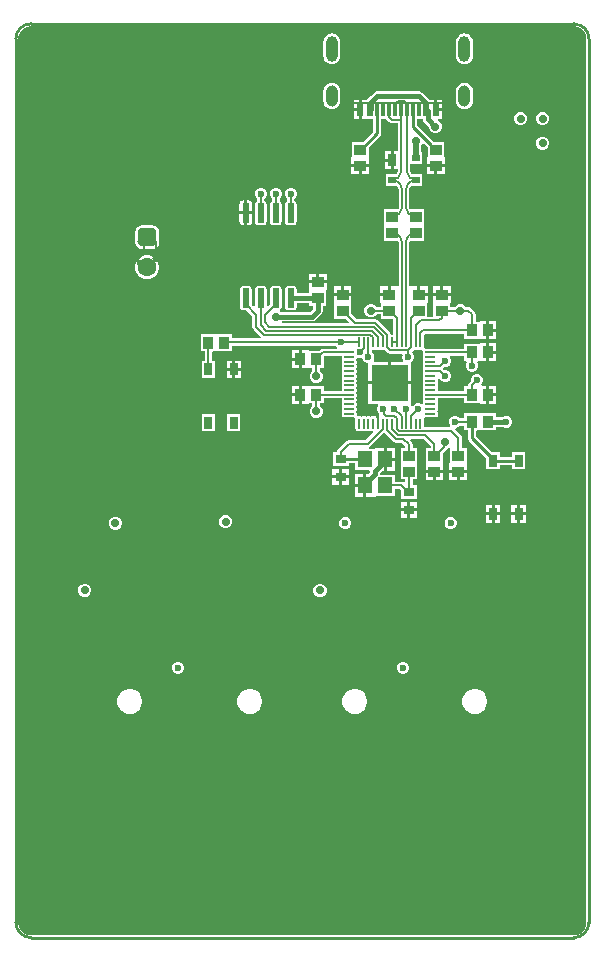
<source format=gtl>
G04*
G04 #@! TF.GenerationSoftware,Altium Limited,Altium Designer,24.2.2 (26)*
G04*
G04 Layer_Physical_Order=1*
G04 Layer_Color=255*
%FSLAX25Y25*%
%MOIN*%
G70*
G04*
G04 #@! TF.SameCoordinates,3758B99F-9DEC-4DD0-BAA5-DFD1AAF1D411*
G04*
G04*
G04 #@! TF.FilePolarity,Positive*
G04*
G01*
G75*
%ADD11C,0.00787*%
%ADD13C,0.01000*%
%ADD15C,0.00591*%
%ADD19R,0.01181X0.04331*%
%ADD20R,0.02362X0.04331*%
G04:AMPARAMS|DCode=21|XSize=63.39mil|YSize=22.84mil|CornerRadius=2.85mil|HoleSize=0mil|Usage=FLASHONLY|Rotation=270.000|XOffset=0mil|YOffset=0mil|HoleType=Round|Shape=RoundedRectangle|*
%AMROUNDEDRECTD21*
21,1,0.06339,0.01713,0,0,270.0*
21,1,0.05768,0.02284,0,0,270.0*
1,1,0.00571,-0.00856,-0.02884*
1,1,0.00571,-0.00856,0.02884*
1,1,0.00571,0.00856,0.02884*
1,1,0.00571,0.00856,-0.02884*
%
%ADD21ROUNDEDRECTD21*%
%ADD22R,0.03937X0.03543*%
%ADD23R,0.03543X0.03937*%
%ADD24R,0.02800X0.03900*%
G04:AMPARAMS|DCode=25|XSize=7.87mil|YSize=33.07mil|CornerRadius=0.98mil|HoleSize=0mil|Usage=FLASHONLY|Rotation=0.000|XOffset=0mil|YOffset=0mil|HoleType=Round|Shape=RoundedRectangle|*
%AMROUNDEDRECTD25*
21,1,0.00787,0.03110,0,0,0.0*
21,1,0.00591,0.03307,0,0,0.0*
1,1,0.00197,0.00295,-0.01555*
1,1,0.00197,-0.00295,-0.01555*
1,1,0.00197,-0.00295,0.01555*
1,1,0.00197,0.00295,0.01555*
%
%ADD25ROUNDEDRECTD25*%
G04:AMPARAMS|DCode=26|XSize=33.07mil|YSize=7.87mil|CornerRadius=0.98mil|HoleSize=0mil|Usage=FLASHONLY|Rotation=0.000|XOffset=0mil|YOffset=0mil|HoleType=Round|Shape=RoundedRectangle|*
%AMROUNDEDRECTD26*
21,1,0.03307,0.00591,0,0,0.0*
21,1,0.03110,0.00787,0,0,0.0*
1,1,0.00197,0.01555,-0.00295*
1,1,0.00197,-0.01555,-0.00295*
1,1,0.00197,-0.01555,0.00295*
1,1,0.00197,0.01555,0.00295*
%
%ADD26ROUNDEDRECTD26*%
%ADD28R,0.03543X0.03150*%
%ADD29R,0.04724X0.05512*%
%ADD37R,0.02756X0.02362*%
%ADD38R,0.02756X0.03937*%
G04:AMPARAMS|DCode=39|XSize=39.37mil|YSize=86.61mil|CornerRadius=19.68mil|HoleSize=0mil|Usage=FLASHONLY|Rotation=180.000|XOffset=0mil|YOffset=0mil|HoleType=Round|Shape=RoundedRectangle|*
%AMROUNDEDRECTD39*
21,1,0.03937,0.04724,0,0,180.0*
21,1,0.00000,0.08661,0,0,180.0*
1,1,0.03937,0.00000,0.02362*
1,1,0.03937,0.00000,0.02362*
1,1,0.03937,0.00000,-0.02362*
1,1,0.03937,0.00000,-0.02362*
%
%ADD39ROUNDEDRECTD39*%
G04:AMPARAMS|DCode=40|XSize=39.37mil|YSize=70.87mil|CornerRadius=19.68mil|HoleSize=0mil|Usage=FLASHONLY|Rotation=180.000|XOffset=0mil|YOffset=0mil|HoleType=Round|Shape=RoundedRectangle|*
%AMROUNDEDRECTD40*
21,1,0.03937,0.03150,0,0,180.0*
21,1,0.00000,0.07087,0,0,180.0*
1,1,0.03937,0.00000,0.01575*
1,1,0.03937,0.00000,0.01575*
1,1,0.03937,0.00000,-0.01575*
1,1,0.03937,0.00000,-0.01575*
%
%ADD40ROUNDEDRECTD40*%
%ADD43C,0.00558*%
%ADD44R,0.12205X0.12205*%
%ADD45C,0.01575*%
%ADD46C,0.01968*%
G04:AMPARAMS|DCode=47|XSize=62.99mil|YSize=62.99mil|CornerRadius=15.75mil|HoleSize=0mil|Usage=FLASHONLY|Rotation=270.000|XOffset=0mil|YOffset=0mil|HoleType=Round|Shape=RoundedRectangle|*
%AMROUNDEDRECTD47*
21,1,0.06299,0.03150,0,0,270.0*
21,1,0.03150,0.06299,0,0,270.0*
1,1,0.03150,-0.01575,-0.01575*
1,1,0.03150,-0.01575,0.01575*
1,1,0.03150,0.01575,0.01575*
1,1,0.03150,0.01575,-0.01575*
%
%ADD47ROUNDEDRECTD47*%
%ADD48C,0.06299*%
%ADD49C,0.02756*%
%ADD50C,0.02362*%
G36*
X1269324Y746336D02*
X1270088Y746020D01*
X1270776Y745560D01*
X1271360Y744976D01*
X1271820Y744288D01*
X1272136Y743524D01*
X1272297Y742713D01*
Y742300D01*
Y447700D01*
Y447287D01*
X1272136Y446476D01*
X1271820Y445712D01*
X1271360Y445024D01*
X1270776Y444440D01*
X1270088Y443981D01*
X1269324Y443664D01*
X1268513Y443503D01*
X1086687D01*
X1085876Y443664D01*
X1085112Y443981D01*
X1084424Y444440D01*
X1083840Y445024D01*
X1083381Y445712D01*
X1083064Y446476D01*
X1082903Y447287D01*
Y447700D01*
Y742300D01*
Y742713D01*
X1083064Y743524D01*
X1083381Y744288D01*
X1083840Y744976D01*
X1084424Y745560D01*
X1085112Y746020D01*
X1085876Y746336D01*
X1086687Y746497D01*
X1268513D01*
X1269324Y746336D01*
D02*
G37*
%LPC*%
G36*
X1231625Y744102D02*
X1230897Y744006D01*
X1230219Y743725D01*
X1229636Y743279D01*
X1229190Y742696D01*
X1228909Y742018D01*
X1228813Y741291D01*
Y736566D01*
X1228909Y735839D01*
X1229190Y735160D01*
X1229636Y734578D01*
X1230219Y734131D01*
X1230897Y733850D01*
X1231625Y733755D01*
X1232352Y733850D01*
X1233030Y734131D01*
X1233613Y734578D01*
X1234059Y735160D01*
X1234340Y735839D01*
X1234436Y736566D01*
Y741291D01*
X1234340Y742018D01*
X1234059Y742696D01*
X1233613Y743279D01*
X1233030Y743725D01*
X1232352Y744006D01*
X1231625Y744102D01*
D02*
G37*
G36*
X1187372D02*
X1186645Y744006D01*
X1185967Y743725D01*
X1185384Y743279D01*
X1184938Y742696D01*
X1184657Y742018D01*
X1184561Y741291D01*
Y736566D01*
X1184657Y735839D01*
X1184938Y735160D01*
X1185384Y734578D01*
X1185967Y734131D01*
X1186645Y733850D01*
X1187372Y733755D01*
X1188100Y733850D01*
X1188778Y734131D01*
X1189361Y734578D01*
X1189807Y735160D01*
X1190088Y735839D01*
X1190184Y736566D01*
Y741291D01*
X1190088Y742018D01*
X1189807Y742696D01*
X1189361Y743279D01*
X1188778Y743725D01*
X1188100Y744006D01*
X1187372Y744102D01*
D02*
G37*
G36*
X1224278Y721818D02*
X1222597D01*
Y719153D01*
X1224278D01*
Y721818D01*
D02*
G37*
G36*
X1196400D02*
X1194719D01*
Y719153D01*
X1196400D01*
Y721818D01*
D02*
G37*
G36*
X1231625Y727567D02*
X1230897Y727471D01*
X1230219Y727190D01*
X1229636Y726743D01*
X1229190Y726161D01*
X1228909Y725483D01*
X1228813Y724755D01*
Y721606D01*
X1228909Y720878D01*
X1229190Y720200D01*
X1229636Y719618D01*
X1230219Y719171D01*
X1230897Y718890D01*
X1231625Y718794D01*
X1232352Y718890D01*
X1233030Y719171D01*
X1233613Y719618D01*
X1234059Y720200D01*
X1234340Y720878D01*
X1234436Y721606D01*
Y724755D01*
X1234340Y725483D01*
X1234059Y726161D01*
X1233613Y726743D01*
X1233030Y727190D01*
X1232352Y727471D01*
X1231625Y727567D01*
D02*
G37*
G36*
X1187372D02*
X1186645Y727471D01*
X1185967Y727190D01*
X1185384Y726743D01*
X1184938Y726161D01*
X1184657Y725483D01*
X1184561Y724755D01*
Y721606D01*
X1184657Y720878D01*
X1184938Y720200D01*
X1185384Y719618D01*
X1185967Y719171D01*
X1186645Y718890D01*
X1187372Y718794D01*
X1188100Y718890D01*
X1188778Y719171D01*
X1189361Y719618D01*
X1189807Y720200D01*
X1190088Y720878D01*
X1190184Y721606D01*
Y724755D01*
X1190088Y725483D01*
X1189807Y726161D01*
X1189361Y726743D01*
X1188778Y727190D01*
X1188100Y727471D01*
X1187372Y727567D01*
D02*
G37*
G36*
X1196400Y718153D02*
X1194719D01*
Y715487D01*
X1196400D01*
Y718153D01*
D02*
G37*
G36*
X1258137Y717897D02*
X1257263D01*
X1256456Y717562D01*
X1255838Y716945D01*
X1255503Y716137D01*
Y715263D01*
X1255838Y714456D01*
X1256456Y713838D01*
X1257263Y713503D01*
X1258137D01*
X1258945Y713838D01*
X1259562Y714456D01*
X1259897Y715263D01*
Y716137D01*
X1259562Y716945D01*
X1258945Y717562D01*
X1258137Y717897D01*
D02*
G37*
G36*
X1250737D02*
X1249863D01*
X1249056Y717562D01*
X1248438Y716945D01*
X1248103Y716137D01*
Y715263D01*
X1248438Y714456D01*
X1249056Y713838D01*
X1249863Y713503D01*
X1250737D01*
X1251544Y713838D01*
X1252162Y714456D01*
X1252497Y715263D01*
Y716137D01*
X1252162Y716945D01*
X1251544Y717562D01*
X1250737Y717897D01*
D02*
G37*
G36*
X1216455Y724801D02*
X1202545D01*
X1201919Y724677D01*
X1201387Y724322D01*
X1200334Y723268D01*
X1200327Y723264D01*
X1199285Y722222D01*
X1199015Y721818D01*
X1197400D01*
Y718653D01*
Y715487D01*
X1199081D01*
Y715669D01*
X1201266D01*
Y711375D01*
X1197787Y707897D01*
X1194114D01*
Y702763D01*
X1193933D01*
Y700491D01*
X1196902D01*
X1199870D01*
Y702763D01*
X1199689D01*
Y705995D01*
X1203561Y709867D01*
X1203853Y710304D01*
X1203955Y710818D01*
Y715669D01*
X1205568D01*
X1205809Y715309D01*
X1206608Y714508D01*
X1206972Y714266D01*
X1207400Y714181D01*
X1209365D01*
Y704830D01*
X1208016D01*
Y701861D01*
Y698893D01*
X1209365D01*
Y698137D01*
X1209369Y698119D01*
X1209231Y697426D01*
X1209058Y697168D01*
X1205319D01*
Y693168D01*
X1209208D01*
X1209495Y692740D01*
X1209652Y691952D01*
X1209645Y691920D01*
Y686000D01*
X1209453Y685546D01*
X1204727D01*
Y680732D01*
X1204727Y680365D01*
X1204727Y679865D01*
Y675050D01*
X1209527D01*
X1209652Y674422D01*
X1209645Y674390D01*
Y660176D01*
X1209516Y659729D01*
X1207047D01*
Y656957D01*
X1206547D01*
Y656458D01*
X1203579D01*
Y654186D01*
X1203760D01*
Y652879D01*
X1202311D01*
X1202307Y652887D01*
X1201689Y653505D01*
X1200882Y653839D01*
X1200008D01*
X1199201Y653505D01*
X1198582Y652887D01*
X1198248Y652080D01*
Y651206D01*
X1198582Y650398D01*
X1199201Y649780D01*
X1200008Y649446D01*
X1200882D01*
X1201689Y649780D01*
X1202307Y650398D01*
X1202311Y650406D01*
X1203760D01*
Y649052D01*
X1207586D01*
X1207839Y648799D01*
Y643626D01*
X1207796Y643590D01*
X1207206D01*
X1207150Y643579D01*
X1207068Y643989D01*
X1206800Y644390D01*
X1202742Y648449D01*
X1202341Y648717D01*
X1201867Y648811D01*
X1195767D01*
X1193778Y650801D01*
Y654186D01*
X1193959D01*
Y656458D01*
X1188022D01*
Y654186D01*
X1188203D01*
Y649052D01*
X1192030D01*
X1193096Y647986D01*
X1192904Y647524D01*
X1170974D01*
X1170707Y648024D01*
X1170740Y648073D01*
X1180784D01*
X1181411Y648198D01*
X1181942Y648553D01*
X1183858Y650469D01*
X1184213Y651000D01*
X1184338Y651627D01*
Y653352D01*
X1185487D01*
Y658486D01*
X1185668D01*
Y660757D01*
X1179732D01*
Y658486D01*
X1179913D01*
Y657545D01*
X1175682D01*
Y658791D01*
X1175597Y659222D01*
X1175352Y659587D01*
X1174987Y659831D01*
X1174556Y659917D01*
X1172844D01*
X1172413Y659831D01*
X1172048Y659587D01*
X1171803Y659222D01*
X1171718Y658791D01*
Y653023D01*
X1171803Y652592D01*
X1172048Y652227D01*
X1172413Y651983D01*
X1172844Y651897D01*
X1174556D01*
X1174987Y651983D01*
X1175352Y652227D01*
X1175597Y652592D01*
X1175682Y653023D01*
Y654269D01*
X1179913D01*
Y653352D01*
X1181062D01*
Y652305D01*
X1180106Y651349D01*
X1170484D01*
X1170226Y651627D01*
X1170295Y652188D01*
X1170352Y652227D01*
X1170597Y652592D01*
X1170682Y653023D01*
Y658791D01*
X1170597Y659222D01*
X1170352Y659587D01*
X1169987Y659831D01*
X1169556Y659917D01*
X1167844D01*
X1167413Y659831D01*
X1167048Y659587D01*
X1166803Y659222D01*
X1166718Y658791D01*
Y653646D01*
X1166182Y653110D01*
X1165682Y653317D01*
Y658791D01*
X1165597Y659222D01*
X1165353Y659587D01*
X1164987Y659831D01*
X1164556Y659917D01*
X1162844D01*
X1162413Y659831D01*
X1162048Y659587D01*
X1161804Y659222D01*
X1161718Y658791D01*
Y653317D01*
X1161218Y653110D01*
X1160682Y653646D01*
Y658791D01*
X1160597Y659222D01*
X1160353Y659587D01*
X1159987Y659831D01*
X1159556Y659917D01*
X1157844D01*
X1157413Y659831D01*
X1157048Y659587D01*
X1156804Y659222D01*
X1156718Y658791D01*
Y653023D01*
X1156804Y652592D01*
X1157048Y652227D01*
X1157413Y651983D01*
X1157844Y651897D01*
X1158934D01*
X1160964Y649867D01*
Y646250D01*
X1161058Y645777D01*
X1161326Y645375D01*
X1163752Y642949D01*
X1163582Y642462D01*
X1163571Y642449D01*
X1154148D01*
Y643787D01*
X1149333D01*
X1148967Y643787D01*
X1148467Y643787D01*
X1143652D01*
Y638213D01*
X1145031D01*
Y634827D01*
X1144049D01*
Y629289D01*
X1148487D01*
Y634827D01*
X1147504D01*
Y637859D01*
X1147858Y638213D01*
X1148833Y638213D01*
X1149333Y638213D01*
X1154148D01*
Y639977D01*
X1188808D01*
X1189235Y639549D01*
X1189222Y639396D01*
X1189091Y639049D01*
X1184383D01*
X1183910Y638955D01*
X1183508Y638687D01*
X1183042Y638221D01*
X1179657D01*
Y638402D01*
X1177385D01*
Y635433D01*
Y632465D01*
X1179657D01*
Y632646D01*
X1180964D01*
Y631666D01*
X1180956Y631662D01*
X1180338Y631044D01*
X1180003Y630237D01*
Y629363D01*
X1180338Y628556D01*
X1180956Y627938D01*
X1181763Y627603D01*
X1182637D01*
X1183444Y627938D01*
X1184062Y628556D01*
X1184397Y629363D01*
Y630237D01*
X1184062Y631044D01*
X1183444Y631662D01*
X1183436Y631666D01*
Y632646D01*
X1184791D01*
Y636472D01*
X1184895Y636576D01*
X1190664D01*
X1190699Y636533D01*
Y635943D01*
X1190771Y635585D01*
X1190860Y635450D01*
X1190771Y635316D01*
X1190699Y634958D01*
Y634368D01*
X1190771Y634010D01*
X1190860Y633876D01*
X1190771Y633741D01*
X1190699Y633384D01*
Y632793D01*
X1190771Y632435D01*
X1190860Y632301D01*
X1190771Y632167D01*
X1190699Y631809D01*
Y631218D01*
X1190771Y630860D01*
X1190860Y630726D01*
X1190771Y630592D01*
X1190699Y630234D01*
Y629643D01*
X1190771Y629285D01*
X1190860Y629151D01*
X1190771Y629017D01*
X1190699Y628659D01*
Y628068D01*
X1190771Y627711D01*
X1190860Y627576D01*
X1190771Y627442D01*
X1190699Y627084D01*
Y626494D01*
X1190771Y626136D01*
X1190860Y626002D01*
X1190771Y625867D01*
X1190699Y625510D01*
Y624919D01*
X1190664Y624876D01*
X1184791D01*
Y626427D01*
X1179657D01*
Y626608D01*
X1177385D01*
Y623639D01*
Y620671D01*
X1179657D01*
Y620852D01*
X1180964D01*
Y619993D01*
X1180956Y619990D01*
X1180338Y619372D01*
X1180003Y618565D01*
Y617691D01*
X1180338Y616883D01*
X1180956Y616265D01*
X1181763Y615931D01*
X1182637D01*
X1183444Y616265D01*
X1184062Y616883D01*
X1184397Y617691D01*
Y618565D01*
X1184062Y619372D01*
X1183444Y619990D01*
X1183436Y619993D01*
Y620852D01*
X1184791D01*
Y622403D01*
X1190664D01*
X1190699Y622360D01*
Y621769D01*
X1190771Y621411D01*
X1190860Y621277D01*
X1190771Y621143D01*
X1190699Y620785D01*
Y620194D01*
X1190771Y619837D01*
X1190860Y619702D01*
X1190771Y619568D01*
X1190699Y619210D01*
Y618620D01*
X1190771Y618262D01*
X1190860Y618128D01*
X1190771Y617993D01*
X1190699Y617635D01*
Y617045D01*
X1190771Y616687D01*
X1190973Y616384D01*
X1191277Y616181D01*
X1191635Y616110D01*
X1194745D01*
X1194876Y616136D01*
X1195273Y615739D01*
X1195247Y615608D01*
Y612498D01*
X1195318Y612140D01*
X1195521Y611836D01*
X1195824Y611634D01*
X1196182Y611562D01*
X1196772D01*
X1197130Y611634D01*
X1197265Y611723D01*
X1197399Y611634D01*
X1197757Y611562D01*
X1198347D01*
X1198705Y611634D01*
X1198839Y611723D01*
X1198974Y611634D01*
X1199332Y611562D01*
X1199922D01*
X1200280Y611634D01*
X1200414Y611723D01*
X1200548Y611634D01*
X1200906Y611562D01*
X1201084D01*
X1201291Y611062D01*
X1198834Y608606D01*
X1193190D01*
X1192717Y608512D01*
X1192316Y608244D01*
X1189526Y605454D01*
X1189258Y605053D01*
X1189164Y604580D01*
Y604546D01*
X1187809D01*
Y599759D01*
X1192991D01*
Y600786D01*
X1195273D01*
Y598556D01*
X1199928D01*
X1200108Y598336D01*
Y597833D01*
X1199500Y597225D01*
X1198954D01*
Y593469D01*
Y589713D01*
X1201816D01*
Y589713D01*
X1201965Y589894D01*
X1208328D01*
Y592233D01*
X1210075D01*
X1210509Y591798D01*
Y588759D01*
X1215691D01*
Y593546D01*
X1214336D01*
Y595393D01*
X1215887D01*
Y600574D01*
X1215888D01*
Y600708D01*
X1215887D01*
Y605889D01*
X1214336D01*
Y607113D01*
X1214242Y607586D01*
X1213974Y607987D01*
X1213447Y608514D01*
X1213638Y608976D01*
X1217988D01*
X1220364Y606601D01*
Y605891D01*
X1218813D01*
Y600757D01*
X1218632D01*
Y598485D01*
X1221600D01*
X1224568D01*
Y600757D01*
X1224387D01*
Y604142D01*
X1225698Y605452D01*
X1225966Y605853D01*
X1225978Y605913D01*
X1226248Y606018D01*
X1226382Y606044D01*
X1226744Y605766D01*
X1226759Y605643D01*
X1226759Y605433D01*
Y600755D01*
X1226578D01*
Y598484D01*
X1229546D01*
X1232515D01*
Y600755D01*
X1232333D01*
Y605889D01*
X1230743D01*
Y609272D01*
X1230649Y609745D01*
X1230381Y610147D01*
X1228428Y612100D01*
X1228635Y612600D01*
X1228798D01*
X1229533Y612905D01*
X1229992Y613364D01*
X1231513D01*
Y611873D01*
X1232759D01*
Y609272D01*
X1232861Y608758D01*
X1233153Y608321D01*
X1238949Y602526D01*
Y598889D01*
X1243387D01*
Y600314D01*
X1247413D01*
Y598889D01*
X1251851D01*
Y604427D01*
X1247413D01*
Y603003D01*
X1243387D01*
Y604427D01*
X1240851D01*
X1235448Y609829D01*
Y611520D01*
X1235802Y611873D01*
X1236694Y611873D01*
X1237194Y611873D01*
X1242009D01*
Y612993D01*
X1244379D01*
X1244467Y612905D01*
X1245202Y612600D01*
X1245998D01*
X1246733Y612905D01*
X1247296Y613467D01*
X1247600Y614202D01*
Y614998D01*
X1247296Y615733D01*
X1246733Y616296D01*
X1245998Y616600D01*
X1245202D01*
X1244467Y616296D01*
X1244440Y616268D01*
X1242009D01*
Y617448D01*
X1237194D01*
X1236828Y617448D01*
X1236328Y617448D01*
X1231513D01*
Y615836D01*
X1229992D01*
X1229533Y616296D01*
X1228798Y616600D01*
X1228002D01*
X1227267Y616296D01*
X1226705Y615733D01*
X1226400Y614998D01*
Y614202D01*
X1226705Y613467D01*
X1226935Y613236D01*
X1226728Y612736D01*
X1218180D01*
Y615608D01*
X1218154Y615739D01*
X1218551Y616136D01*
X1218682Y616110D01*
X1221792D01*
X1222150Y616181D01*
X1222453Y616384D01*
X1222656Y616687D01*
X1222727Y617045D01*
Y617635D01*
X1222656Y617993D01*
X1222567Y618128D01*
X1222656Y618262D01*
X1222727Y618620D01*
Y619210D01*
X1222656Y619568D01*
X1222567Y619702D01*
X1222656Y619837D01*
X1222727Y620194D01*
Y620785D01*
X1222656Y621143D01*
X1222567Y621277D01*
X1222656Y621411D01*
X1222727Y621769D01*
Y622360D01*
X1222763Y622403D01*
X1231554D01*
Y620852D01*
X1236687D01*
Y620671D01*
X1238959D01*
Y623639D01*
Y626608D01*
X1237372D01*
X1237165Y627108D01*
X1237434Y627378D01*
X1237739Y628113D01*
Y628908D01*
X1237434Y629643D01*
X1236872Y630206D01*
X1236137Y630510D01*
X1235341D01*
X1234606Y630206D01*
X1234043Y629643D01*
X1233739Y628908D01*
Y628259D01*
X1233169Y627689D01*
X1232901Y627288D01*
X1232807Y626815D01*
Y626427D01*
X1231554D01*
Y624876D01*
X1222763D01*
X1222727Y624919D01*
Y625510D01*
X1222656Y625867D01*
X1222567Y626002D01*
X1222656Y626136D01*
X1222727Y626494D01*
Y627084D01*
X1222656Y627442D01*
X1222567Y627576D01*
X1222656Y627711D01*
X1222727Y628068D01*
Y628659D01*
X1222656Y629017D01*
X1222746Y629192D01*
X1223297Y629170D01*
X1223505Y628667D01*
X1224067Y628104D01*
X1224802Y627800D01*
X1225598D01*
X1226333Y628104D01*
X1226896Y628667D01*
X1227200Y629402D01*
Y630198D01*
X1226896Y630933D01*
X1226333Y631496D01*
X1225598Y631800D01*
X1224949D01*
X1224448Y632300D01*
X1224949Y632800D01*
X1225598D01*
X1226333Y633105D01*
X1226896Y633667D01*
X1227200Y634402D01*
Y635198D01*
X1226896Y635933D01*
X1226752Y636076D01*
X1226959Y636576D01*
X1231552D01*
Y635025D01*
X1232250D01*
X1232457Y634525D01*
X1232449Y634516D01*
X1232144Y633781D01*
Y632986D01*
X1232449Y632251D01*
X1233011Y631688D01*
X1233746Y631384D01*
X1234542D01*
X1235277Y631688D01*
X1235840Y632251D01*
X1236144Y632986D01*
Y633781D01*
X1235840Y634516D01*
X1235831Y634525D01*
X1236038Y635025D01*
X1236686D01*
Y634844D01*
X1238958D01*
Y637813D01*
Y640781D01*
X1236686D01*
Y640600D01*
X1231552D01*
Y639049D01*
X1220237D01*
X1220208Y639043D01*
X1218682D01*
X1218551Y639017D01*
X1218154Y639414D01*
X1218180Y639545D01*
Y641071D01*
X1218186Y641100D01*
Y643682D01*
X1218388Y643884D01*
X1231513D01*
Y642333D01*
X1236647D01*
Y642151D01*
X1238919D01*
Y645120D01*
Y648089D01*
X1236647D01*
Y647907D01*
X1235340D01*
Y650408D01*
X1235246Y650881D01*
X1234978Y651283D01*
X1233744Y652517D01*
X1233343Y652785D01*
X1232870Y652879D01*
X1232086D01*
X1232083Y652887D01*
X1231465Y653505D01*
X1230657Y653839D01*
X1229783D01*
X1228976Y653505D01*
X1228358Y652887D01*
X1228355Y652879D01*
X1226787D01*
Y654186D01*
X1226968D01*
Y656458D01*
X1221032D01*
Y654186D01*
X1221213D01*
Y649711D01*
X1219176D01*
Y654186D01*
X1219357D01*
Y656458D01*
X1216388D01*
Y656957D01*
X1215888D01*
Y659729D01*
X1213420D01*
X1213261Y660163D01*
Y674392D01*
X1213255Y674424D01*
X1213380Y675052D01*
X1218180D01*
Y679867D01*
X1218180Y680233D01*
X1218180Y680733D01*
Y685548D01*
X1213461D01*
X1213261Y686000D01*
Y691920D01*
X1213255Y691952D01*
X1213411Y692740D01*
X1213698Y693168D01*
X1217587D01*
Y697168D01*
X1213864D01*
X1213704Y697408D01*
X1213569Y698089D01*
X1213572Y698106D01*
Y700649D01*
X1217587D01*
Y704649D01*
X1217221D01*
Y706839D01*
X1217237Y706856D01*
X1217443Y707353D01*
X1218033Y707470D01*
X1219311Y706192D01*
Y702763D01*
X1219130D01*
Y700491D01*
X1222099D01*
X1225067D01*
Y702763D01*
X1224886D01*
Y707897D01*
X1221410D01*
X1215766Y713541D01*
Y715669D01*
X1217705D01*
Y715543D01*
X1217830Y714916D01*
X1218184Y714385D01*
X1219705Y712864D01*
Y712546D01*
X1220039Y711739D01*
X1220657Y711121D01*
X1221465Y710787D01*
X1222339D01*
X1223146Y711121D01*
X1223764Y711739D01*
X1224098Y712546D01*
Y713420D01*
X1223764Y714228D01*
X1223146Y714846D01*
X1222804Y714988D01*
X1222904Y715487D01*
X1224278D01*
Y718153D01*
X1222097D01*
Y718653D01*
X1221597D01*
Y721818D01*
X1219983D01*
X1219713Y722221D01*
X1217613Y724322D01*
X1217082Y724677D01*
X1216455Y724801D01*
D02*
G37*
G36*
X1258137Y709710D02*
X1257263D01*
X1256456Y709375D01*
X1255838Y708757D01*
X1255503Y707950D01*
Y707076D01*
X1255838Y706269D01*
X1256456Y705651D01*
X1257263Y705316D01*
X1258137D01*
X1258945Y705651D01*
X1259562Y706269D01*
X1259897Y707076D01*
Y707950D01*
X1259562Y708757D01*
X1258945Y709375D01*
X1258137Y709710D01*
D02*
G37*
G36*
X1207016Y704830D02*
X1205138D01*
Y702361D01*
X1207016D01*
Y704830D01*
D02*
G37*
G36*
Y701362D02*
X1205138D01*
Y698893D01*
X1207016D01*
Y701362D01*
D02*
G37*
G36*
X1225067Y699491D02*
X1222598D01*
Y697220D01*
X1225067D01*
Y699491D01*
D02*
G37*
G36*
X1221599D02*
X1219130D01*
Y697220D01*
X1221599D01*
Y699491D01*
D02*
G37*
G36*
X1199870D02*
X1197402D01*
Y697220D01*
X1199870D01*
Y699491D01*
D02*
G37*
G36*
X1196402D02*
X1193933D01*
Y697220D01*
X1196402D01*
Y699491D01*
D02*
G37*
G36*
X1159556Y688487D02*
X1159200D01*
Y684793D01*
X1160867D01*
Y687177D01*
X1160767Y687678D01*
X1160483Y688104D01*
X1160058Y688388D01*
X1159556Y688487D01*
D02*
G37*
G36*
X1158200D02*
X1157844D01*
X1157342Y688388D01*
X1156917Y688104D01*
X1156633Y687678D01*
X1156533Y687177D01*
Y684793D01*
X1158200D01*
Y688487D01*
D02*
G37*
G36*
X1174098Y692600D02*
X1173302D01*
X1172567Y692296D01*
X1172005Y691733D01*
X1171700Y690998D01*
Y690202D01*
X1172005Y689467D01*
X1172464Y689008D01*
Y688227D01*
X1172413Y688217D01*
X1172048Y687973D01*
X1171803Y687608D01*
X1171718Y687177D01*
Y681409D01*
X1171803Y680978D01*
X1172048Y680613D01*
X1172413Y680369D01*
X1172844Y680283D01*
X1174556D01*
X1174987Y680369D01*
X1175352Y680613D01*
X1175597Y680978D01*
X1175682Y681409D01*
Y687177D01*
X1175597Y687608D01*
X1175352Y687973D01*
X1174987Y688217D01*
X1174936Y688227D01*
Y689008D01*
X1175396Y689467D01*
X1175700Y690202D01*
Y690998D01*
X1175396Y691733D01*
X1174833Y692296D01*
X1174098Y692600D01*
D02*
G37*
G36*
X1169198D02*
X1168402D01*
X1167667Y692296D01*
X1167105Y691733D01*
X1166800Y690998D01*
Y690202D01*
X1167105Y689467D01*
X1167514Y689058D01*
Y688237D01*
X1167413Y688217D01*
X1167048Y687973D01*
X1166803Y687608D01*
X1166718Y687177D01*
Y681409D01*
X1166803Y680978D01*
X1167048Y680613D01*
X1167413Y680369D01*
X1167844Y680283D01*
X1169556D01*
X1169987Y680369D01*
X1170352Y680613D01*
X1170597Y680978D01*
X1170682Y681409D01*
Y687177D01*
X1170597Y687608D01*
X1170352Y687973D01*
X1169987Y688217D01*
X1169986Y688217D01*
Y688958D01*
X1170496Y689467D01*
X1170800Y690202D01*
Y690998D01*
X1170496Y691733D01*
X1169933Y692296D01*
X1169198Y692600D01*
D02*
G37*
G36*
X1164098D02*
X1163302D01*
X1162567Y692296D01*
X1162004Y691733D01*
X1161700Y690998D01*
Y690202D01*
X1162004Y689467D01*
X1162464Y689008D01*
Y688227D01*
X1162413Y688217D01*
X1162048Y687973D01*
X1161804Y687608D01*
X1161718Y687177D01*
Y681409D01*
X1161804Y680978D01*
X1162048Y680613D01*
X1162413Y680369D01*
X1162844Y680283D01*
X1164556D01*
X1164987Y680369D01*
X1165353Y680613D01*
X1165597Y680978D01*
X1165682Y681409D01*
Y687177D01*
X1165597Y687608D01*
X1165353Y687973D01*
X1164987Y688217D01*
X1164936Y688227D01*
Y689008D01*
X1165396Y689467D01*
X1165700Y690202D01*
Y690998D01*
X1165396Y691733D01*
X1164833Y692296D01*
X1164098Y692600D01*
D02*
G37*
G36*
X1160867Y683793D02*
X1159200D01*
Y680098D01*
X1159556D01*
X1160058Y680198D01*
X1160483Y680482D01*
X1160767Y680907D01*
X1160867Y681409D01*
Y683793D01*
D02*
G37*
G36*
X1158200D02*
X1156533D01*
Y681409D01*
X1156633Y680907D01*
X1156917Y680482D01*
X1157342Y680198D01*
X1157844Y680098D01*
X1158200D01*
Y683793D01*
D02*
G37*
G36*
X1127388Y680115D02*
X1124238D01*
X1123304Y679930D01*
X1122513Y679401D01*
X1121983Y678609D01*
X1121798Y677675D01*
Y674525D01*
X1121983Y673591D01*
X1122513Y672799D01*
X1123304Y672270D01*
X1124238Y672085D01*
X1127388D01*
X1128322Y672270D01*
X1129114Y672799D01*
X1129643Y673591D01*
X1129828Y674525D01*
Y677675D01*
X1129643Y678609D01*
X1129114Y679401D01*
X1128322Y679930D01*
X1127388Y680115D01*
D02*
G37*
G36*
X1126336Y670069D02*
X1125291D01*
X1124281Y669798D01*
X1123376Y669276D01*
X1122637Y668537D01*
X1122115Y667632D01*
X1121844Y666622D01*
Y665578D01*
X1122115Y664568D01*
X1122637Y663663D01*
X1123376Y662924D01*
X1124281Y662402D01*
X1125291Y662132D01*
X1126336D01*
X1127345Y662402D01*
X1128250Y662924D01*
X1128989Y663663D01*
X1129511Y664568D01*
X1129782Y665578D01*
Y666622D01*
X1129511Y667632D01*
X1128989Y668537D01*
X1128250Y669276D01*
X1127345Y669798D01*
X1126336Y670069D01*
D02*
G37*
G36*
X1185668Y664029D02*
X1183200D01*
Y661758D01*
X1185668D01*
Y664029D01*
D02*
G37*
G36*
X1182200D02*
X1179732D01*
Y661758D01*
X1182200D01*
Y664029D01*
D02*
G37*
G36*
X1226968Y659729D02*
X1224500D01*
Y657457D01*
X1226968D01*
Y659729D01*
D02*
G37*
G36*
X1223500D02*
X1221032D01*
Y657457D01*
X1223500D01*
Y659729D01*
D02*
G37*
G36*
X1206047D02*
X1203579D01*
Y657457D01*
X1206047D01*
Y659729D01*
D02*
G37*
G36*
X1216888Y659729D02*
Y657457D01*
X1219357D01*
Y659729D01*
X1216888D01*
D02*
G37*
G36*
X1193959D02*
X1191491D01*
Y657457D01*
X1193959D01*
Y659729D01*
D02*
G37*
G36*
X1190491D02*
X1188022D01*
Y657457D01*
X1190491D01*
Y659729D01*
D02*
G37*
G36*
X1242190Y648089D02*
X1239919D01*
Y645620D01*
X1242190D01*
Y648089D01*
D02*
G37*
G36*
Y644620D02*
X1239919D01*
Y642151D01*
X1242190D01*
Y644620D01*
D02*
G37*
G36*
X1242229Y640781D02*
X1239958D01*
Y638313D01*
X1242229D01*
Y640781D01*
D02*
G37*
G36*
X1176385Y638402D02*
X1174113D01*
Y635933D01*
X1176385D01*
Y638402D01*
D02*
G37*
G36*
X1242229Y637313D02*
X1239958D01*
Y634844D01*
X1242229D01*
Y637313D01*
D02*
G37*
G36*
X1157132Y635008D02*
X1155232D01*
Y632558D01*
X1157132D01*
Y635008D01*
D02*
G37*
G36*
X1154232D02*
X1152332D01*
Y632558D01*
X1154232D01*
Y635008D01*
D02*
G37*
G36*
X1176385Y634933D02*
X1174113D01*
Y632465D01*
X1176385D01*
Y634933D01*
D02*
G37*
G36*
X1157132Y631558D02*
X1155232D01*
Y629108D01*
X1157132D01*
Y631558D01*
D02*
G37*
G36*
X1154232D02*
X1152332D01*
Y629108D01*
X1154232D01*
Y631558D01*
D02*
G37*
G36*
X1242231Y626608D02*
X1239959D01*
Y624139D01*
X1242231D01*
Y626608D01*
D02*
G37*
G36*
X1176385Y626608D02*
X1174113D01*
Y624139D01*
X1176385D01*
Y626608D01*
D02*
G37*
G36*
Y623139D02*
X1174113D01*
Y620671D01*
X1176385D01*
Y623139D01*
D02*
G37*
G36*
X1242231Y623139D02*
X1239959D01*
Y620671D01*
X1242231D01*
Y623139D01*
D02*
G37*
G36*
X1156951Y617111D02*
X1152513D01*
Y611573D01*
X1156951D01*
Y617111D01*
D02*
G37*
G36*
X1148487D02*
X1144049D01*
Y611573D01*
X1148487D01*
Y617111D01*
D02*
G37*
G36*
X1193172Y598822D02*
X1190900D01*
Y596747D01*
X1193172D01*
Y598822D01*
D02*
G37*
G36*
X1189900D02*
X1187628D01*
Y596747D01*
X1189900D01*
Y598822D01*
D02*
G37*
G36*
X1224568Y597485D02*
X1222100D01*
Y595213D01*
X1224568D01*
Y597485D01*
D02*
G37*
G36*
X1221100D02*
X1218632D01*
Y595213D01*
X1221100D01*
Y597485D01*
D02*
G37*
G36*
X1232515Y597483D02*
X1230046D01*
Y595212D01*
X1232515D01*
Y597483D01*
D02*
G37*
G36*
X1229046D02*
X1226578D01*
Y595212D01*
X1229046D01*
Y597483D01*
D02*
G37*
G36*
X1197954Y597225D02*
X1195091D01*
Y593969D01*
X1197954D01*
Y597225D01*
D02*
G37*
G36*
X1193172Y595747D02*
X1190900D01*
Y593673D01*
X1193172D01*
Y595747D01*
D02*
G37*
G36*
X1189900D02*
X1187628D01*
Y593673D01*
X1189900D01*
Y595747D01*
D02*
G37*
G36*
X1197954Y592969D02*
X1195091D01*
Y589713D01*
X1197954D01*
Y592969D01*
D02*
G37*
G36*
X1215872Y587822D02*
X1213600D01*
Y585747D01*
X1215872D01*
Y587822D01*
D02*
G37*
G36*
X1212600D02*
X1210328D01*
Y585747D01*
X1212600D01*
Y587822D01*
D02*
G37*
G36*
X1252032Y586892D02*
X1250132D01*
Y584442D01*
X1252032D01*
Y586892D01*
D02*
G37*
G36*
X1243568D02*
X1241668D01*
Y584442D01*
X1243568D01*
Y586892D01*
D02*
G37*
G36*
X1249132D02*
X1247232D01*
Y584442D01*
X1249132D01*
Y586892D01*
D02*
G37*
G36*
X1240668D02*
X1238768D01*
Y584442D01*
X1240668D01*
Y586892D01*
D02*
G37*
G36*
X1215872Y584747D02*
X1213600D01*
Y582673D01*
X1215872D01*
Y584747D01*
D02*
G37*
G36*
X1212600D02*
X1210328D01*
Y582673D01*
X1212600D01*
Y584747D01*
D02*
G37*
G36*
X1252032Y583442D02*
X1250132D01*
Y580992D01*
X1252032D01*
Y583442D01*
D02*
G37*
G36*
X1249132D02*
X1247232D01*
Y580992D01*
X1249132D01*
Y583442D01*
D02*
G37*
G36*
X1243568D02*
X1241668D01*
Y580992D01*
X1243568D01*
Y583442D01*
D02*
G37*
G36*
X1240668D02*
X1238768D01*
Y580992D01*
X1240668D01*
Y583442D01*
D02*
G37*
G36*
X1152412Y583486D02*
X1151538D01*
X1150730Y583151D01*
X1150112Y582533D01*
X1149778Y581726D01*
Y580852D01*
X1150112Y580044D01*
X1150730Y579426D01*
X1151538Y579092D01*
X1152412D01*
X1153219Y579426D01*
X1153837Y580044D01*
X1154172Y580852D01*
Y581726D01*
X1153837Y582533D01*
X1153219Y583151D01*
X1152412Y583486D01*
D02*
G37*
G36*
X1227373Y582821D02*
X1226577D01*
X1225842Y582516D01*
X1225279Y581954D01*
X1224975Y581219D01*
Y580423D01*
X1225279Y579688D01*
X1225842Y579125D01*
X1226577Y578821D01*
X1227373D01*
X1228108Y579125D01*
X1228670Y579688D01*
X1228975Y580423D01*
Y581219D01*
X1228670Y581954D01*
X1228108Y582516D01*
X1227373Y582821D01*
D02*
G37*
G36*
X1192317D02*
X1191522D01*
X1190787Y582516D01*
X1190224Y581954D01*
X1189920Y581219D01*
Y580423D01*
X1190224Y579688D01*
X1190787Y579125D01*
X1191522Y578821D01*
X1192317D01*
X1193053Y579125D01*
X1193615Y579688D01*
X1193920Y580423D01*
Y581219D01*
X1193615Y581954D01*
X1193053Y582516D01*
X1192317Y582821D01*
D02*
G37*
G36*
X1115652Y583049D02*
X1114778D01*
X1113971Y582714D01*
X1113353Y582096D01*
X1113018Y581289D01*
Y580415D01*
X1113353Y579607D01*
X1113971Y578990D01*
X1114778Y578655D01*
X1115652D01*
X1116459Y578990D01*
X1117077Y579607D01*
X1117412Y580415D01*
Y581289D01*
X1117077Y582096D01*
X1116459Y582714D01*
X1115652Y583049D01*
D02*
G37*
G36*
X1105537Y560697D02*
X1104663D01*
X1103856Y560362D01*
X1103238Y559745D01*
X1102903Y558937D01*
Y558063D01*
X1103238Y557256D01*
X1103856Y556638D01*
X1104663Y556303D01*
X1105537D01*
X1106345Y556638D01*
X1106962Y557256D01*
X1107297Y558063D01*
Y558937D01*
X1106962Y559745D01*
X1106345Y560362D01*
X1105537Y560697D01*
D02*
G37*
G36*
X1183881Y560600D02*
X1183008D01*
X1182200Y560266D01*
X1181582Y559648D01*
X1181248Y558840D01*
Y557966D01*
X1181582Y557159D01*
X1182200Y556541D01*
X1183008Y556206D01*
X1183881D01*
X1184689Y556541D01*
X1185307Y557159D01*
X1185641Y557966D01*
Y558840D01*
X1185307Y559648D01*
X1184689Y560266D01*
X1183881Y560600D01*
D02*
G37*
G36*
X1211499Y534600D02*
X1210703D01*
X1209968Y534296D01*
X1209405Y533733D01*
X1209101Y532998D01*
Y532202D01*
X1209405Y531467D01*
X1209968Y530904D01*
X1210703Y530600D01*
X1211499D01*
X1212234Y530904D01*
X1212796Y531467D01*
X1213101Y532202D01*
Y532998D01*
X1212796Y533733D01*
X1212234Y534296D01*
X1211499Y534600D01*
D02*
G37*
G36*
X1136498D02*
X1135702D01*
X1134967Y534296D01*
X1134404Y533733D01*
X1134100Y532998D01*
Y532202D01*
X1134404Y531467D01*
X1134967Y530904D01*
X1135702Y530600D01*
X1136498D01*
X1137233Y530904D01*
X1137796Y531467D01*
X1138100Y532202D01*
Y532998D01*
X1137796Y533733D01*
X1137233Y534296D01*
X1136498Y534600D01*
D02*
G37*
G36*
X1235645Y525578D02*
X1234556D01*
X1233504Y525296D01*
X1232560Y524751D01*
X1231790Y523981D01*
X1231245Y523037D01*
X1230963Y521985D01*
Y520895D01*
X1231245Y519843D01*
X1231790Y518900D01*
X1232560Y518129D01*
X1233504Y517585D01*
X1234556Y517303D01*
X1235645D01*
X1236698Y517585D01*
X1237641Y518129D01*
X1238412Y518900D01*
X1238956Y519843D01*
X1239238Y520895D01*
Y521985D01*
X1238956Y523037D01*
X1238412Y523981D01*
X1237641Y524751D01*
X1236698Y525296D01*
X1235645Y525578D01*
D02*
G37*
G36*
X1195646D02*
X1194556D01*
X1193504Y525296D01*
X1192560Y524751D01*
X1191790Y523981D01*
X1191245Y523037D01*
X1190963Y521985D01*
Y520895D01*
X1191245Y519843D01*
X1191790Y518900D01*
X1192560Y518129D01*
X1193504Y517585D01*
X1194556Y517303D01*
X1195646D01*
X1196698Y517585D01*
X1197641Y518129D01*
X1198412Y518900D01*
X1198956Y519843D01*
X1199238Y520895D01*
Y521985D01*
X1198956Y523037D01*
X1198412Y523981D01*
X1197641Y524751D01*
X1196698Y525296D01*
X1195646Y525578D01*
D02*
G37*
G36*
X1160645D02*
X1159556D01*
X1158504Y525296D01*
X1157560Y524751D01*
X1156790Y523981D01*
X1156245Y523037D01*
X1155963Y521985D01*
Y520895D01*
X1156245Y519843D01*
X1156790Y518900D01*
X1157560Y518129D01*
X1158504Y517585D01*
X1159556Y517303D01*
X1160645D01*
X1161698Y517585D01*
X1162641Y518129D01*
X1163412Y518900D01*
X1163956Y519843D01*
X1164238Y520895D01*
Y521985D01*
X1163956Y523037D01*
X1163412Y523981D01*
X1162641Y524751D01*
X1161698Y525296D01*
X1160645Y525578D01*
D02*
G37*
G36*
X1120646D02*
X1119556D01*
X1118504Y525296D01*
X1117560Y524751D01*
X1116790Y523981D01*
X1116245Y523037D01*
X1115963Y521985D01*
Y520895D01*
X1116245Y519843D01*
X1116790Y518900D01*
X1117560Y518129D01*
X1118504Y517585D01*
X1119556Y517303D01*
X1120646D01*
X1121698Y517585D01*
X1122641Y518129D01*
X1123412Y518900D01*
X1123956Y519843D01*
X1124238Y520895D01*
Y521985D01*
X1123956Y523037D01*
X1123412Y523981D01*
X1122641Y524751D01*
X1121698Y525296D01*
X1120646Y525578D01*
D02*
G37*
%LPD*%
G36*
X1203698Y638681D02*
X1204056Y638610D01*
X1204646D01*
X1204967Y638673D01*
X1205052Y638547D01*
X1205920Y637679D01*
X1206322Y637410D01*
X1206795Y637316D01*
X1210721D01*
X1210998Y636901D01*
X1210888Y636636D01*
Y635840D01*
X1211162Y635179D01*
X1210966Y634679D01*
X1207213D01*
Y628076D01*
X1213816D01*
Y634457D01*
X1214021Y634542D01*
X1214584Y635105D01*
X1214888Y635840D01*
Y636636D01*
X1214584Y637371D01*
X1214168Y637787D01*
Y638041D01*
X1214674Y638547D01*
X1214759Y638673D01*
X1215080Y638610D01*
X1215670D01*
X1216028Y638681D01*
X1216162Y638770D01*
X1216296Y638681D01*
X1216654Y638610D01*
X1217245D01*
X1217376Y638636D01*
X1217773Y638239D01*
X1217747Y638108D01*
Y637517D01*
X1217818Y637159D01*
X1217908Y637025D01*
X1217818Y636891D01*
X1217747Y636533D01*
Y635943D01*
X1217818Y635585D01*
X1217908Y635450D01*
X1217818Y635316D01*
X1217747Y634958D01*
Y634368D01*
X1217818Y634010D01*
X1217908Y633876D01*
X1217818Y633741D01*
X1217747Y633384D01*
Y632793D01*
X1217818Y632435D01*
X1217908Y632301D01*
X1217818Y632167D01*
X1217747Y631809D01*
Y631218D01*
X1217818Y630860D01*
X1217908Y630726D01*
X1217818Y630592D01*
X1217747Y630234D01*
Y629643D01*
X1217818Y629285D01*
X1217908Y629151D01*
X1217818Y629017D01*
X1217747Y628659D01*
Y628068D01*
X1217818Y627711D01*
X1217908Y627576D01*
X1217818Y627442D01*
X1217747Y627084D01*
Y626494D01*
X1217818Y626136D01*
X1217908Y626002D01*
X1217818Y625867D01*
X1217747Y625510D01*
Y624919D01*
X1217818Y624561D01*
X1217908Y624427D01*
X1217818Y624293D01*
X1217747Y623935D01*
Y623344D01*
X1217818Y622986D01*
X1217908Y622852D01*
X1217818Y622718D01*
X1217747Y622360D01*
Y621769D01*
X1217818Y621411D01*
X1217869Y621334D01*
X1217734Y620837D01*
X1217531Y620718D01*
X1217247Y620631D01*
X1216560Y620915D01*
X1215764D01*
X1215029Y620611D01*
X1214467Y620048D01*
X1214448Y620003D01*
X1213948D01*
X1213816Y620474D01*
X1213816Y620474D01*
X1213816Y620474D01*
Y627076D01*
X1199611D01*
Y620474D01*
X1202656D01*
X1202853Y619974D01*
X1202579Y619313D01*
Y618517D01*
X1202883Y617782D01*
X1203267Y617399D01*
X1203278Y617197D01*
X1203276Y617193D01*
Y616093D01*
X1203192Y615966D01*
X1203121Y615608D01*
Y614082D01*
X1203115Y614053D01*
X1202432D01*
Y615608D01*
X1202361Y615966D01*
X1202276Y616093D01*
Y616687D01*
X1202053Y616643D01*
X1201810Y616481D01*
X1201497Y616543D01*
X1200906D01*
X1200548Y616472D01*
X1200414Y616382D01*
X1200280Y616472D01*
X1199922Y616543D01*
X1199332D01*
X1198974Y616472D01*
X1198839Y616382D01*
X1198705Y616472D01*
X1198347Y616543D01*
X1197757D01*
X1197399Y616472D01*
X1197265Y616382D01*
X1197130Y616472D01*
X1196772Y616543D01*
X1196182D01*
X1196051Y616517D01*
X1195654Y616914D01*
X1195680Y617045D01*
Y617635D01*
X1195609Y617993D01*
X1195519Y618128D01*
X1195609Y618262D01*
X1195680Y618620D01*
Y619210D01*
X1195609Y619568D01*
X1195519Y619702D01*
X1195609Y619837D01*
X1195680Y620194D01*
Y620785D01*
X1195609Y621143D01*
X1195519Y621277D01*
X1195609Y621411D01*
X1195680Y621769D01*
Y622360D01*
X1195609Y622718D01*
X1195519Y622852D01*
X1195609Y622986D01*
X1195680Y623344D01*
Y623935D01*
X1195609Y624293D01*
X1195519Y624427D01*
X1195609Y624561D01*
X1195680Y624919D01*
Y625510D01*
X1195609Y625867D01*
X1195519Y626002D01*
X1195609Y626136D01*
X1195680Y626494D01*
Y627084D01*
X1195609Y627442D01*
X1195519Y627576D01*
X1195609Y627711D01*
X1195680Y628068D01*
Y628659D01*
X1195609Y629017D01*
X1195519Y629151D01*
X1195609Y629285D01*
X1195680Y629643D01*
Y630234D01*
X1195609Y630592D01*
X1195519Y630726D01*
X1195609Y630860D01*
X1195680Y631218D01*
Y631809D01*
X1195609Y632167D01*
X1195519Y632301D01*
X1195609Y632435D01*
X1195680Y632793D01*
Y633384D01*
X1195609Y633741D01*
X1195519Y633876D01*
X1195609Y634010D01*
X1195680Y634368D01*
Y634958D01*
X1195609Y635316D01*
X1195888Y635760D01*
X1196151Y635912D01*
X1196167Y635911D01*
X1196507Y635770D01*
X1197303D01*
X1197795Y635433D01*
X1197931Y635105D01*
X1198494Y634542D01*
X1199229Y634238D01*
X1199611D01*
Y628076D01*
X1206213D01*
Y634679D01*
X1201550D01*
X1201353Y635179D01*
X1201627Y635840D01*
Y636636D01*
X1201322Y637371D01*
X1200863Y637830D01*
Y638574D01*
X1200906Y638610D01*
X1201497D01*
X1201855Y638681D01*
X1201989Y638770D01*
X1202123Y638681D01*
X1202481Y638610D01*
X1203072D01*
X1203430Y638681D01*
X1203564Y638770D01*
X1203698Y638681D01*
D02*
G37*
G36*
X1205052Y611008D02*
X1208009Y608051D01*
X1208410Y607783D01*
X1208883Y607689D01*
X1210775D01*
X1211864Y606601D01*
Y605889D01*
X1210313D01*
Y600708D01*
X1210313D01*
Y600574D01*
X1210313D01*
Y595393D01*
X1211864D01*
Y594572D01*
X1211364Y594409D01*
X1211060Y594612D01*
X1210587Y594706D01*
X1208328D01*
Y597044D01*
X1203475D01*
X1203383Y597155D01*
Y597658D01*
X1204101Y598375D01*
X1204646D01*
Y602131D01*
Y605887D01*
X1201784D01*
Y605887D01*
X1201635Y605706D01*
X1199761D01*
X1199711Y606206D01*
X1199820Y606227D01*
X1200221Y606495D01*
X1204762Y611037D01*
X1205052Y611008D01*
D02*
G37*
%LPC*%
G36*
X1208509Y605887D02*
X1205647D01*
Y602631D01*
X1208509D01*
Y605887D01*
D02*
G37*
G36*
Y601631D02*
X1205647D01*
Y598375D01*
X1208509D01*
Y601631D01*
D02*
G37*
%LPD*%
D11*
X1182200Y618128D02*
Y623639D01*
X1204880Y617061D02*
Y618614D01*
X1204579Y618915D02*
X1204880Y618614D01*
X1234043Y626815D02*
X1235739Y628510D01*
X1208207Y618915D02*
X1210650Y616472D01*
X1212225Y618906D02*
X1212234Y618915D01*
X1212225Y614053D02*
Y618906D01*
X1210650Y614053D02*
Y616472D01*
X1210830Y611500D02*
X1227279D01*
X1213800Y616553D02*
X1216162Y618915D01*
X1218500Y610213D02*
X1221600Y607113D01*
X1213800Y614053D02*
Y616553D01*
X1210297Y610213D02*
X1218500D01*
X1221600Y603300D02*
Y607113D01*
X1212505Y636539D02*
X1212932Y636965D01*
X1204880Y617061D02*
X1205341Y616600D01*
X1205994D01*
X1205994Y616600D01*
X1208207D01*
X1209076Y615731D01*
Y614053D02*
Y615731D01*
Y612374D02*
Y614053D01*
X1207501Y641100D02*
X1209076D01*
X1212505Y636539D02*
X1212587D01*
X1212367D02*
X1212505D01*
X1212932Y636965D02*
Y638553D01*
X1212587Y636539D02*
X1212889Y636238D01*
X1199627D02*
Y641100D01*
X1212932Y638553D02*
X1213800Y639421D01*
X1206795Y638553D02*
X1212932D01*
X1205926Y639421D02*
X1206795Y638553D01*
X1205926Y639421D02*
Y641100D01*
X1213800Y639421D02*
Y641100D01*
X1234043Y623740D02*
Y626815D01*
Y623740D02*
X1234144Y623639D01*
Y633384D02*
Y637811D01*
X1234143Y637813D02*
X1234144Y637811D01*
X1232870Y651643D02*
X1234104Y650408D01*
Y645120D02*
Y650408D01*
X1230220Y651643D02*
X1232870D01*
X1182200Y629800D02*
Y635433D01*
X1191930Y623639D02*
X1191930Y623639D01*
X1182200Y623639D02*
X1191930D01*
X1191930Y623639D02*
X1193190D01*
X1182200Y635630D02*
X1184383Y637813D01*
X1182200Y635433D02*
Y635630D01*
X1184383Y637813D02*
X1193190D01*
X1224823Y607674D02*
X1225200Y608051D01*
X1221600Y603300D02*
X1221797D01*
X1224823Y606327D01*
Y607674D01*
X1200445Y651643D02*
X1206547D01*
X1224000D02*
X1230220D01*
X1217876Y645120D02*
X1234104D01*
X1216950Y644194D02*
X1217876Y645120D01*
X1216950Y641100D02*
Y644194D01*
X1207501Y612128D02*
X1209411Y610218D01*
X1210291D02*
X1210297Y610213D01*
X1209411Y610218D02*
X1210291D01*
X1207501Y612128D02*
Y614053D01*
X1220237Y623639D02*
X1234144D01*
X1220237Y637813D02*
X1234143D01*
X1224000Y649250D02*
Y651643D01*
X1216968Y648475D02*
X1223225D01*
X1215375Y646882D02*
X1216968Y648475D01*
X1223225D02*
X1224000Y649250D01*
X1215375Y641100D02*
Y646882D01*
X1209076Y641100D02*
Y649311D01*
X1206744Y651643D02*
X1209076Y649311D01*
X1206547Y651643D02*
X1206744D01*
X1223487Y631513D02*
X1225200Y629800D01*
X1220237Y631513D02*
X1223487D01*
X1213100Y603299D02*
Y607113D01*
X1211287Y608925D02*
X1213100Y607113D01*
X1208883Y608925D02*
X1211287D01*
X1205926Y611882D02*
X1208883Y608925D01*
X1205926Y611882D02*
Y614053D01*
X1213100Y591153D02*
Y597984D01*
X1212903Y591153D02*
X1213100D01*
X1205147Y593469D02*
X1210587D01*
X1212903Y591153D01*
X1209076Y612374D02*
X1209944Y611506D01*
X1210824D02*
X1210830Y611500D01*
X1209944Y611506D02*
X1210824D01*
X1229507Y603300D02*
Y609272D01*
X1227279Y611500D02*
X1229507Y609272D01*
X1190400Y602153D02*
X1190422Y602131D01*
X1193190Y607369D02*
X1199346D01*
X1204351Y612374D01*
Y614053D01*
X1190400Y604580D02*
X1193190Y607369D01*
X1190400Y602153D02*
Y604580D01*
X1228400Y614600D02*
X1234043D01*
X1234104Y614661D01*
X1223488Y633088D02*
X1225200Y634800D01*
X1220237Y633088D02*
X1223488D01*
X1190400Y641213D02*
X1196477D01*
X1151770D02*
X1190400D01*
X1151558Y641000D02*
X1151770Y641213D01*
X1146243Y641000D02*
X1146268Y640975D01*
Y632058D02*
Y640975D01*
X1198052Y639344D02*
Y641100D01*
X1196905Y637770D02*
Y638197D01*
X1198052Y639344D01*
X1168750Y684343D02*
Y690550D01*
X1168700Y684293D02*
X1168750Y684343D01*
Y690550D02*
X1168800Y690600D01*
X1163700Y684293D02*
Y690600D01*
X1173700Y684293D02*
Y690600D01*
X1196477Y641100D02*
Y641213D01*
X1164750Y643700D02*
X1200280D01*
X1166600Y646287D02*
X1201334D01*
X1191187Y651643D02*
X1195255Y647575D01*
X1165582Y645000D02*
X1200801D01*
X1195255Y647575D02*
X1201867D01*
X1205926Y643516D01*
X1200280Y643700D02*
X1201202Y642779D01*
X1200801Y645000D02*
X1202776Y643025D01*
X1201334Y646287D02*
X1204351Y643270D01*
X1190991Y651643D02*
X1191187D01*
X1205926Y641100D02*
Y643516D01*
X1165155Y650334D02*
X1168700Y653880D01*
Y655907D01*
X1165155Y647733D02*
Y650334D01*
Y647733D02*
X1166600Y646287D01*
X1204351Y641100D02*
Y643270D01*
X1158700Y653880D02*
X1162200Y650380D01*
X1158700Y653880D02*
Y655907D01*
X1162200Y646250D02*
Y650380D01*
Y646250D02*
X1164750Y643700D01*
X1163700Y646882D02*
Y655907D01*
Y646882D02*
X1165582Y645000D01*
X1202776Y641100D02*
Y643025D01*
X1201202Y641100D02*
Y642779D01*
X1213800Y649250D02*
X1216193Y651643D01*
X1213800Y641100D02*
Y649250D01*
X1216193Y651643D02*
X1216390D01*
D13*
X1190422Y602131D02*
X1198454D01*
X1241168Y601658D02*
X1249632D01*
X1234104Y609272D02*
X1241168Y602208D01*
X1234104Y609272D02*
Y614661D01*
X1241168Y601658D02*
Y602208D01*
X1220630Y706578D02*
Y706775D01*
X1214421Y712984D02*
Y718652D01*
Y712984D02*
X1220630Y706775D01*
X1221902Y705306D02*
X1222099D01*
X1220630Y706578D02*
X1221902Y705306D01*
X1197099D02*
X1202610Y710818D01*
Y718652D01*
X1196902Y705306D02*
X1197099D01*
X1087100Y747300D02*
G03*
X1082100Y742300I0J-5000D01*
G01*
X1273100D02*
G03*
X1268100Y747300I-5000J0D01*
G01*
Y442700D02*
G03*
X1273100Y447700I0J5000D01*
G01*
X1082100D02*
G03*
X1087100Y442700I5000J0D01*
G01*
X1082100Y737121D02*
Y742300D01*
X1087100Y747300D02*
X1268100D01*
X1273100Y447841D02*
Y742300D01*
Y447700D02*
Y447841D01*
X1087100Y442700D02*
X1268100D01*
X1082100Y447700D02*
Y737121D01*
D15*
X1191310Y720818D02*
X1227687D01*
X1191310D02*
Y747196D01*
X1227687Y720818D02*
Y747196D01*
X1122861Y675036D02*
X1128765D01*
Y672084D01*
X1127781Y671100D01*
X1125813D01*
X1124829Y672084D01*
Y675036D01*
X1122861Y669132D02*
Y667164D01*
Y668148D01*
X1128765D01*
X1127781Y669132D01*
D19*
X1202609Y718653D02*
D03*
X1204577D02*
D03*
X1206546D02*
D03*
X1208514D02*
D03*
X1210483D02*
D03*
X1212451D02*
D03*
X1214420D02*
D03*
X1216388D02*
D03*
D20*
X1200050D02*
D03*
X1218947D02*
D03*
X1196900D02*
D03*
X1222097D02*
D03*
D21*
X1173700Y655907D02*
D03*
X1168700D02*
D03*
X1163700D02*
D03*
X1158700D02*
D03*
Y684293D02*
D03*
X1163700D02*
D03*
X1168700D02*
D03*
X1173700D02*
D03*
D22*
X1182700Y661258D02*
D03*
Y655943D02*
D03*
X1190991Y656957D02*
D03*
Y651643D02*
D03*
X1213100Y597984D02*
D03*
Y603299D02*
D03*
X1222099Y705306D02*
D03*
Y699991D02*
D03*
X1221600Y603300D02*
D03*
Y597985D02*
D03*
X1216388Y656957D02*
D03*
Y651643D02*
D03*
X1224000Y656957D02*
D03*
Y651643D02*
D03*
X1229546Y597984D02*
D03*
Y603298D02*
D03*
X1207514Y682956D02*
D03*
Y677641D02*
D03*
X1215392Y682958D02*
D03*
Y677643D02*
D03*
X1206547Y656957D02*
D03*
Y651643D02*
D03*
X1196902Y699991D02*
D03*
Y705306D02*
D03*
D23*
X1176885Y635433D02*
D03*
X1182200D02*
D03*
X1176885Y623639D02*
D03*
X1182200D02*
D03*
X1239458Y637813D02*
D03*
X1234143D02*
D03*
X1239419Y614661D02*
D03*
X1234104D02*
D03*
X1239419Y645120D02*
D03*
X1234104D02*
D03*
X1234144Y623639D02*
D03*
X1239459D02*
D03*
X1146243Y641000D02*
D03*
X1151558D02*
D03*
D24*
X1154732Y632058D02*
D03*
Y614342D02*
D03*
X1146268Y632058D02*
D03*
Y614342D02*
D03*
X1241168Y583942D02*
D03*
Y601658D02*
D03*
X1249632Y583942D02*
D03*
Y601658D02*
D03*
D25*
X1196477Y614053D02*
D03*
X1198052D02*
D03*
X1199627D02*
D03*
X1201202D02*
D03*
X1202776D02*
D03*
X1204351D02*
D03*
X1205926D02*
D03*
X1207501D02*
D03*
X1209076D02*
D03*
X1210650D02*
D03*
X1212225D02*
D03*
X1213800D02*
D03*
X1215375D02*
D03*
X1216950D02*
D03*
Y641100D02*
D03*
X1215375D02*
D03*
X1213800D02*
D03*
X1212225D02*
D03*
X1210652D02*
D03*
X1209076D02*
D03*
X1207501D02*
D03*
X1205926D02*
D03*
X1204351D02*
D03*
X1202776D02*
D03*
X1201202D02*
D03*
X1199627D02*
D03*
X1198052D02*
D03*
X1196477D02*
D03*
D26*
X1193190Y637813D02*
D03*
Y636238D02*
D03*
Y634663D02*
D03*
Y633088D02*
D03*
Y631513D02*
D03*
Y629939D02*
D03*
Y628364D02*
D03*
Y626789D02*
D03*
Y625214D02*
D03*
Y623639D02*
D03*
Y622065D02*
D03*
Y620490D02*
D03*
Y618915D02*
D03*
Y617340D02*
D03*
X1220237D02*
D03*
Y618915D02*
D03*
Y620490D02*
D03*
Y622065D02*
D03*
Y623639D02*
D03*
Y625214D02*
D03*
Y626789D02*
D03*
Y628364D02*
D03*
Y629939D02*
D03*
Y631513D02*
D03*
Y633088D02*
D03*
Y634663D02*
D03*
Y636238D02*
D03*
Y637813D02*
D03*
D28*
X1190400Y602153D02*
D03*
Y596247D02*
D03*
X1213100Y591153D02*
D03*
Y585247D02*
D03*
D29*
X1205147Y602131D02*
D03*
Y593469D02*
D03*
X1198454D02*
D03*
Y602131D02*
D03*
D37*
X1215390Y702649D02*
D03*
Y695168D02*
D03*
X1207516D02*
D03*
D38*
Y701861D02*
D03*
D39*
X1187372Y738928D02*
D03*
X1231625D02*
D03*
D40*
X1187372Y723180D02*
D03*
X1231625D02*
D03*
D43*
X1212453Y698106D02*
G03*
X1215390Y695168I2937J0D01*
G01*
X1212142Y686000D02*
G03*
X1215184Y682958I3042J0D01*
G01*
X1215390Y695168D02*
G03*
X1212142Y691920I0J-3249D01*
G01*
X1210765Y674390D02*
G03*
X1207514Y677641I-3251J0D01*
G01*
X1207721Y682956D02*
G03*
X1210765Y686000I0J3044D01*
G01*
X1207516Y695168D02*
G03*
X1210484Y698137I0J2968D01*
G01*
X1210765Y691920D02*
G03*
X1207516Y695168I-3249J0D01*
G01*
X1215392Y677643D02*
G03*
X1212142Y674392I0J-3251D01*
G01*
Y641184D02*
G03*
X1212225Y641100I84J0D01*
G01*
X1210652D02*
G03*
X1210765Y641213I0J113D01*
G01*
X1212140Y718965D02*
X1212453Y718652D01*
X1208826Y718962D02*
Y720853D01*
X1209569Y721597D02*
X1211396D01*
X1212140Y718965D02*
Y720853D01*
X1208516Y718652D02*
X1208826Y718962D01*
Y720853D02*
X1209569Y721597D01*
X1211396D02*
X1212140Y720853D01*
X1212453Y698106D02*
Y718652D01*
X1210484Y715300D02*
Y718652D01*
Y698137D02*
Y715300D01*
X1207400D02*
X1210484D01*
X1206600Y716100D02*
X1207400Y715300D01*
X1206600Y716100D02*
Y718599D01*
X1206547Y718652D02*
X1206600Y718599D01*
X1212142Y686000D02*
Y691920D01*
X1215184Y682958D02*
X1215392D01*
X1210765Y641213D02*
Y674390D01*
Y686000D02*
Y691920D01*
X1207514Y682956D02*
X1207721D01*
X1212142Y641184D02*
Y674392D01*
D44*
X1206713Y627576D02*
D03*
D45*
X1200443Y719046D02*
Y721064D01*
X1200050Y718653D02*
X1200443Y719046D01*
Y721064D02*
X1201485Y722106D01*
X1201487D01*
X1202545Y723164D01*
X1216455D02*
X1218555Y721063D01*
X1202545Y723164D02*
X1216455D01*
X1245570Y614630D02*
X1245600Y614600D01*
X1239449Y614630D02*
X1245570D01*
X1239419Y614661D02*
X1239449Y614630D01*
X1182700Y651627D02*
Y655943D01*
X1168800Y649711D02*
X1180784D01*
X1182700Y651627D01*
X1173700Y655907D02*
X1182665D01*
X1182700Y655943D01*
X1205147Y601737D02*
Y602131D01*
X1201746Y598336D02*
X1205147Y601737D01*
X1201746Y597155D02*
Y598336D01*
X1198454Y593863D02*
X1201746Y597155D01*
X1198454Y593469D02*
Y593863D01*
X1218555Y719046D02*
X1219343Y718258D01*
Y715543D02*
X1221902Y712984D01*
X1218555Y719046D02*
Y721063D01*
X1219343Y715543D02*
Y718258D01*
D46*
X1215375Y708100D02*
X1215382Y708092D01*
Y702657D02*
X1215390Y702649D01*
X1215382Y702657D02*
Y708092D01*
D47*
X1125813Y676100D02*
D03*
D48*
Y666100D02*
D03*
D49*
X1182200Y618128D02*
D03*
X1151975Y581289D02*
D03*
X1115215Y580852D02*
D03*
X1105100Y558500D02*
D03*
X1183444Y558403D02*
D03*
X1182200Y629800D02*
D03*
X1225200Y608051D02*
D03*
X1168800Y649711D02*
D03*
X1200445Y651643D02*
D03*
X1230220D02*
D03*
X1250300Y715700D02*
D03*
X1257700D02*
D03*
Y707513D02*
D03*
X1215375Y708100D02*
D03*
X1221902Y712984D02*
D03*
D50*
X1204579Y618915D02*
D03*
X1129921Y661417D02*
D03*
X1235739Y628510D02*
D03*
X1245600Y614600D02*
D03*
X1208207Y618915D02*
D03*
X1202609Y623639D02*
D03*
X1216162Y618915D02*
D03*
X1212234D02*
D03*
X1158934Y690600D02*
D03*
X1190400Y590020D02*
D03*
X1151183Y514086D02*
D03*
X1225900Y515110D02*
D03*
X1240158Y661417D02*
D03*
Y551181D02*
D03*
X1212598Y496063D02*
D03*
X1157480Y716535D02*
D03*
Y606299D02*
D03*
X1185039Y551181D02*
D03*
X1157480Y496063D02*
D03*
X1102362Y716535D02*
D03*
Y606299D02*
D03*
X1129921Y551181D02*
D03*
X1102362Y496063D02*
D03*
X1212889Y636238D02*
D03*
X1199627D02*
D03*
X1215101Y510900D02*
D03*
X1140100D02*
D03*
X1211101Y532600D02*
D03*
X1136100D02*
D03*
X1232663Y568499D02*
D03*
X1197641Y568253D02*
D03*
X1191920Y580821D02*
D03*
X1140101Y558433D02*
D03*
X1215101Y558630D02*
D03*
X1244467Y572141D02*
D03*
X1226975Y580821D02*
D03*
X1234144Y633384D02*
D03*
X1230743Y699991D02*
D03*
X1196902Y695168D02*
D03*
X1206221Y585247D02*
D03*
X1229533Y589457D02*
D03*
X1221600D02*
D03*
X1205147Y607987D02*
D03*
X1198454Y586892D02*
D03*
X1241168Y591153D02*
D03*
X1249632Y577000D02*
D03*
X1161326Y632058D02*
D03*
X1170352Y623639D02*
D03*
X1234061Y705800D02*
D03*
X1237978D02*
D03*
X1223643Y671100D02*
D03*
X1182700Y666400D02*
D03*
X1190991Y661758D02*
D03*
X1170352Y635433D02*
D03*
X1206547Y661758D02*
D03*
X1216390D02*
D03*
X1224000D02*
D03*
X1245600Y645120D02*
D03*
Y623639D02*
D03*
Y637859D02*
D03*
X1210774Y623639D02*
D03*
Y631558D02*
D03*
X1202609D02*
D03*
X1202610Y627576D02*
D03*
X1210775D02*
D03*
X1206744Y623639D02*
D03*
X1206713Y631558D02*
D03*
Y627576D02*
D03*
X1228400Y614600D02*
D03*
X1225200Y634800D02*
D03*
Y629800D02*
D03*
X1190400Y641213D02*
D03*
X1196905Y637770D02*
D03*
X1163700Y690600D02*
D03*
X1168800D02*
D03*
X1173700D02*
D03*
M02*

</source>
